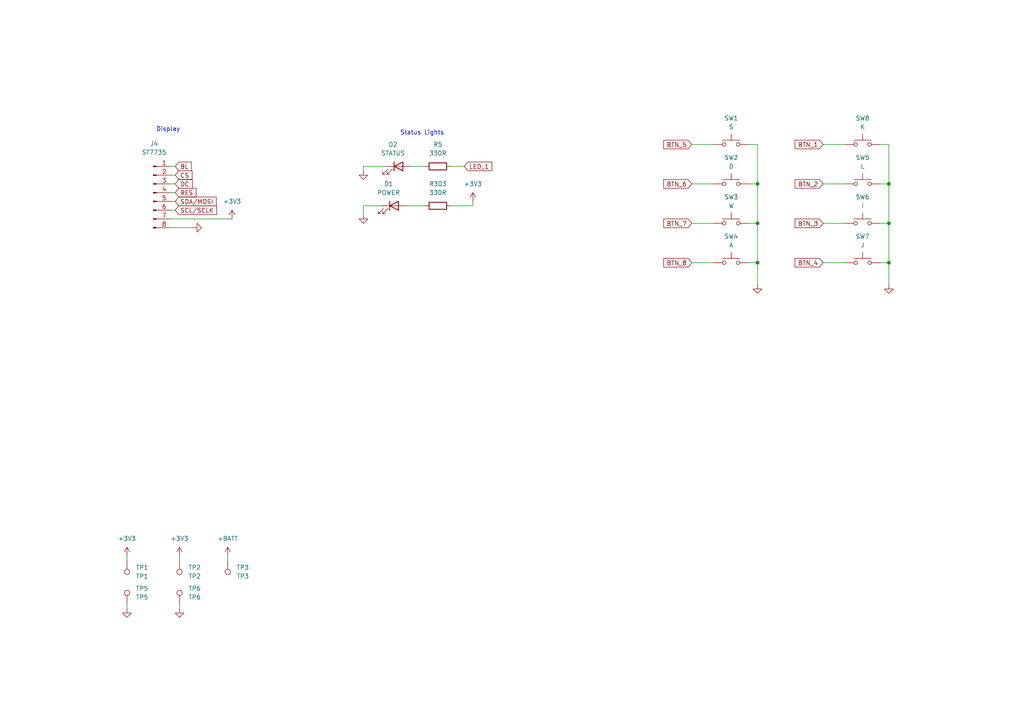
<source format=kicad_sch>
(kicad_sch (version 20250114) (generator "eeschema") (generator_version "9.0")
  (paper "A4")
  (lib_symbols
    (symbol "Connector:Conn_01x08_Pin" (pin_names (offset 1.016) (hide yes))
      (property "Reference" "J" (at 0 10.16 0))
      (property "Value" "Conn_01x08_Pin" (at 0 -12.7 0))
      (symbol "Conn_01x08_Pin_1_1"
        (rectangle (start 0.8636 7.747) (end 0 7.493) (stroke (width 0.1524)) (fill (type outline)))
        (rectangle (start 0.8636 5.207) (end 0 4.953) (stroke (width 0.1524)) (fill (type outline)))
        (rectangle (start 0.8636 2.667) (end 0 2.413) (stroke (width 0.1524)) (fill (type outline)))
        (rectangle (start 0.8636 0.127) (end 0 -0.127) (stroke (width 0.1524)) (fill (type outline)))
        (rectangle (start 0.8636 -2.413) (end 0 -2.667) (stroke (width 0.1524)) (fill (type outline)))
        (rectangle (start 0.8636 -4.953) (end 0 -5.207) (stroke (width 0.1524)) (fill (type outline)))
        (rectangle (start 0.8636 -7.493) (end 0 -7.747) (stroke (width 0.1524)) (fill (type outline)))
        (rectangle (start 0.8636 -10.033) (end 0 -10.287) (stroke (width 0.1524)) (fill (type outline)))
        (polyline (pts (xy 1.27 7.62) (xy 0.8636 7.62)) (stroke (width 0.1524)))
        (polyline (pts (xy 1.27 5.08) (xy 0.8636 5.08)) (stroke (width 0.1524)))
        (polyline (pts (xy 1.27 2.54) (xy 0.8636 2.54)) (stroke (width 0.1524)))
        (polyline (pts (xy 1.27 0) (xy 0.8636 0)) (stroke (width 0.1524)))
        (polyline (pts (xy 1.27 -2.54) (xy 0.8636 -2.54)) (stroke (width 0.1524)))
        (polyline (pts (xy 1.27 -5.08) (xy 0.8636 -5.08)) (stroke (width 0.1524)))
        (polyline (pts (xy 1.27 -7.62) (xy 0.8636 -7.62)) (stroke (width 0.1524)))
        (polyline (pts (xy 1.27 -10.16) (xy 0.8636 -10.16)) (stroke (width 0.1524)))
        (pin passive line (at 5.08 7.62 180) (length 3.81) (name "Pin_1") (number "1"))
        (pin passive line (at 5.08 5.08 180) (length 3.81) (name "Pin_2") (number "2"))
        (pin passive line (at 5.08 2.54 180) (length 3.81) (name "Pin_3") (number "3"))
        (pin passive line (at 5.08 0 180) (length 3.81) (name "Pin_4") (number "4"))
        (pin passive line (at 5.08 -2.54 180) (length 3.81) (name "Pin_5") (number "5"))
        (pin passive line (at 5.08 -5.08 180) (length 3.81) (name "Pin_6") (number "6"))
        (pin passive line (at 5.08 -7.62 180) (length 3.81) (name "Pin_7") (number "7"))
        (pin passive line (at 5.08 -10.16 180) (length 3.81) (name "Pin_8") (number "8"))
      )
    )
    (symbol "Connector:TestPoint" (pin_numbers (hide yes)) (pin_names (offset 0.762) (hide yes))
      (property "Reference" "TP" (at 0 6.858 0))
      (property "Value" "TestPoint" (at 0 5.08 0))
      (symbol "TestPoint_0_1"
        (circle (center 0 3.302) (radius 0.762))
      )
      (symbol "TestPoint_1_1"
        (pin passive line (at 0 0 90) (length 2.54) (name "1") (number "1"))
      )
    )
    (symbol "Device:LED" (pin_numbers (hide yes)) (pin_names (offset 1.016) (hide yes))
      (property "Reference" "D" (at 0 2.54 0))
      (property "Value" "LED" (at 0 -2.54 0))
      (symbol "LED_0_1"
        (polyline (pts (xy -3.048 -0.762) (xy -4.572 -2.286) (xy -3.81 -2.286) (xy -4.572 -2.286) (xy -4.572 -1.524)))
        (polyline (pts (xy -1.778 -0.762) (xy -3.302 -2.286) (xy -2.54 -2.286) (xy -3.302 -2.286) (xy -3.302 -1.524)))
        (polyline (pts (xy -1.27 0) (xy 1.27 0)))
        (polyline (pts (xy -1.27 -1.27) (xy -1.27 1.27)) (stroke (width 0.254)))
        (polyline (pts (xy 1.27 -1.27) (xy 1.27 1.27) (xy -1.27 0) (xy 1.27 -1.27)) (stroke (width 0.254)))
      )
      (symbol "LED_1_1"
        (pin passive line (at -3.81 0 0) (length 2.54) (name "K") (number "1"))
        (pin passive line (at 3.81 0 180) (length 2.54) (name "A") (number "2"))
      )
    )
    (symbol "Device:R" (pin_numbers (hide yes)) (pin_names (offset 0))
      (property "Reference" "R" (at 2.032 0 90))
      (property "Value" "R" (at 0 0 90))
      (symbol "R_0_1"
        (rectangle (start -1.016 -2.54) (end 1.016 2.54) (stroke (width 0.254)))
      )
      (symbol "R_1_1"
        (pin passive line (at 0 3.81 270) (length 1.27) (name "~") (number "1"))
        (pin passive line (at 0 -3.81 90) (length 1.27) (name "~") (number "2"))
      )
    )
    (symbol "Switch:SW_Push" (pin_numbers (hide yes)) (pin_names (offset 1.016) (hide yes))
      (property "Reference" "SW" (at 1.27 2.54 0))
      (property "Value" "SW_Push" (at 0 -1.524 0))
      (symbol "SW_Push_0_1"
        (circle (center -2.032 0) (radius 0.508))
        (polyline (pts (xy 0 1.27) (xy 0 3.048)))
        (circle (center 2.032 0) (radius 0.508))
        (polyline (pts (xy 2.54 1.27) (xy -2.54 1.27)))
        (pin passive line (at -5.08 0 0) (length 2.54) (name "1") (number "1"))
        (pin passive line (at 5.08 0 180) (length 2.54) (name "2") (number "2"))
      )
    )
    (symbol "power:+3V3" (power) (pin_numbers (hide yes)) (pin_names (offset 0) (hide yes))
      (property "Value" "+3V3" (at 0 3.556 0))
      (symbol "+3V3_0_1"
        (polyline (pts (xy -0.762 1.27) (xy 0 2.54)))
        (polyline (pts (xy 0 2.54) (xy 0.762 1.27)))
        (polyline (pts (xy 0 0) (xy 0 2.54)))
      )
      (symbol "+3V3_1_1"
        (pin power_in line (at 0 0 90) (length 0) (name "~") (number "1"))
      )
    )
    (symbol "power:+BATT" (power) (pin_numbers (hide yes)) (pin_names (offset 0) (hide yes))
      (property "Value" "+BATT" (at 0 3.556 0))
      (symbol "+BATT_0_1"
        (polyline (pts (xy -0.762 1.27) (xy 0 2.54)))
        (polyline (pts (xy 0 2.54) (xy 0.762 1.27)))
        (polyline (pts (xy 0 0) (xy 0 2.54)))
      )
      (symbol "+BATT_1_1"
        (pin power_in line (at 0 0 90) (length 0) (name "~") (number "1"))
      )
    )
    (symbol "power:GND" (power) (pin_numbers (hide yes)) (pin_names (offset 0) (hide yes))
      (property "Value" "GND" (at 0 -3.81 0))
      (symbol "GND_0_1"
        (polyline (pts (xy 0 0) (xy 0 -1.27) (xy 1.27 -1.27) (xy 0 -2.54) (xy -1.27 -1.27) (xy 0 -1.27)))
      )
      (symbol "GND_1_1"
        (pin power_in line (at 0 0 270) (length 0) (name "~") (number "1"))
      )
    )
  )
  (text "Display" (at 48.768 37.592 0) (effects (font (size 1.27 1.27))))
  (text "Status Lights\n\n" (at 122.428 39.624 0) (effects (font (size 1.27 1.27))))
  (junction (at 257.81 76.2))
  (junction (at 257.81 53.34))
  (junction (at 219.71 53.34))
  (junction (at 257.81 64.77))
  (junction (at 219.71 76.2))
  (junction (at 219.71 64.77))
  (wire (pts (xy 200.66 64.77) (xy 207.01 64.77)))
  (wire (pts (xy 49.53 66.04) (xy 55.88 66.04)))
  (wire (pts (xy 137.16 59.69) (xy 137.16 58.42)))
  (wire (pts (xy 49.53 63.5) (xy 67.31 63.5)))
  (wire (pts (xy 219.71 64.77) (xy 219.71 76.2)))
  (wire (pts (xy 137.16 59.69) (xy 130.81 59.69)))
  (wire (pts (xy 111.76 48.26) (xy 105.41 48.26)))
  (wire (pts (xy 200.66 53.34) (xy 207.01 53.34)))
  (wire (pts (xy 50.8 48.26) (xy 49.53 48.26)))
  (wire (pts (xy 238.76 76.2) (xy 245.11 76.2)))
  (wire (pts (xy 255.27 41.91) (xy 257.81 41.91)))
  (wire (pts (xy 50.8 55.88) (xy 49.53 55.88)))
  (wire (pts (xy 257.81 41.91) (xy 257.81 53.34)))
  (wire (pts (xy 36.83 175.26) (xy 36.83 176.53)))
  (wire (pts (xy 36.83 161.29) (xy 36.83 162.56)))
  (wire (pts (xy 219.71 76.2) (xy 219.71 82.55)))
  (wire (pts (xy 119.38 48.26) (xy 123.19 48.26)))
  (wire (pts (xy 50.8 60.96) (xy 49.53 60.96)))
  (wire (pts (xy 257.81 76.2) (xy 257.81 82.55)))
  (wire (pts (xy 217.17 64.77) (xy 219.71 64.77)))
  (wire (pts (xy 257.81 53.34) (xy 257.81 64.77)))
  (wire (pts (xy 219.71 41.91) (xy 219.71 53.34)))
  (wire (pts (xy 219.71 53.34) (xy 219.71 64.77)))
  (wire (pts (xy 50.8 58.42) (xy 49.53 58.42)))
  (wire (pts (xy 50.8 53.34) (xy 49.53 53.34)))
  (wire (pts (xy 52.07 161.29) (xy 52.07 162.56)))
  (wire (pts (xy 255.27 53.34) (xy 257.81 53.34)))
  (wire (pts (xy 238.76 41.91) (xy 245.11 41.91)))
  (wire (pts (xy 200.66 76.2) (xy 207.01 76.2)))
  (wire (pts (xy 238.76 53.34) (xy 245.11 53.34)))
  (wire (pts (xy 238.76 64.77) (xy 245.11 64.77)))
  (wire (pts (xy 52.07 175.26) (xy 52.07 176.53)))
  (wire (pts (xy 217.17 53.34) (xy 219.71 53.34)))
  (wire (pts (xy 105.41 59.69) (xy 105.41 62.23)))
  (wire (pts (xy 66.04 161.29) (xy 66.04 162.56)))
  (wire (pts (xy 255.27 76.2) (xy 257.81 76.2)))
  (wire (pts (xy 50.8 50.8) (xy 49.53 50.8)))
  (wire (pts (xy 105.41 48.26) (xy 105.41 49.53)))
  (wire (pts (xy 200.66 41.91) (xy 207.01 41.91)))
  (wire (pts (xy 255.27 64.77) (xy 257.81 64.77)))
  (wire (pts (xy 217.17 41.91) (xy 219.71 41.91)))
  (wire (pts (xy 110.49 59.69) (xy 105.41 59.69)))
  (wire (pts (xy 257.81 64.77) (xy 257.81 76.2)))
  (wire (pts (xy 217.17 76.2) (xy 219.71 76.2)))
  (wire (pts (xy 130.81 48.26) (xy 134.62 48.26)))
  (wire (pts (xy 118.11 59.69) (xy 123.19 59.69)))
  (global_label "BTN_7" (shape input) (at 200.66 64.77 180) (property "Intersheetrefs" "${INTERSHEET_REFS}" (effects (hide yes))))
  (global_label "BTN_2" (shape input) (at 238.76 53.34 180) (property "Intersheetrefs" "${INTERSHEET_REFS}" (effects (hide yes))))
  (global_label "BL" (shape input) (at 50.8 48.26 0) (property "Intersheetrefs" "${INTERSHEET_REFS}" (effects (hide yes))))
  (global_label "BTN_3" (shape input) (at 238.76 64.77 180) (property "Intersheetrefs" "${INTERSHEET_REFS}" (effects (hide yes))))
  (global_label "BTN_4" (shape input) (at 238.76 76.2 180) (property "Intersheetrefs" "${INTERSHEET_REFS}" (effects (hide yes))))
  (global_label "BTN_1" (shape input) (at 238.76 41.91 180) (property "Intersheetrefs" "${INTERSHEET_REFS}" (effects (hide yes))))
  (global_label "BTN_6" (shape input) (at 200.66 53.34 180) (property "Intersheetrefs" "${INTERSHEET_REFS}" (effects (hide yes))))
  (global_label "BTN_8" (shape input) (at 200.66 76.2 180) (property "Intersheetrefs" "${INTERSHEET_REFS}" (effects (hide yes))))
  (global_label "BTN_5" (shape input) (at 200.66 41.91 180) (property "Intersheetrefs" "${INTERSHEET_REFS}" (effects (hide yes))))
  (global_label "SCL{slash}SCLK" (shape input) (at 50.8 60.96 0) (property "Intersheetrefs" "${INTERSHEET_REFS}" (effects (hide yes))))
  (global_label "LED_1" (shape input) (at 134.62 48.26 0) (property "Intersheetrefs" "${INTERSHEET_REFS}" (effects (hide yes))))
  (global_label "RES" (shape input) (at 50.8 55.88 0) (property "Intersheetrefs" "${INTERSHEET_REFS}" (effects (hide yes))))
  (global_label "DC" (shape input) (at 50.8 53.34 0) (property "Intersheetrefs" "${INTERSHEET_REFS}" (effects (hide yes))))
  (global_label "SDA{slash}MOSI" (shape input) (at 50.8 58.42 0) (property "Intersheetrefs" "${INTERSHEET_REFS}" (effects (hide yes))))
  (global_label "CS" (shape input) (at 50.8 50.8 0) (property "Intersheetrefs" "${INTERSHEET_REFS}" (effects (hide yes))))
  (symbol (lib_id "power:+3V3") (at 36.83 161.29 0) (unit 1)
    (property "Reference" "#PWR028" (effects (hide yes)))
    (property "Value" "+3V3" (at 36.83 156.21 0))
    (property "Description" "Power symbol creates a global label with name \"+3V3\"" (effects (hide yes)))
  )
  (symbol (lib_id "Device:LED") (at 114.3 59.69 0) (unit 1)
    (property "Reference" "D1" (at 112.7125 53.34 0))
    (property "Value" "POWER" (at 112.7125 55.88 0))
    (property "Footprint" "LED_SMD:LED_1206_3216Metric_Pad1.42x1.75mm_HandSolder" (effects (hide yes)))
    (property "Description" "Light emitting diode" (effects (hide yes)))
    (property "Sim.Pins" "1=K 2=A" (effects (hide yes)))
    (property "LCSC" "C14641" (effects (hide yes)))
  )
  (symbol (lib_id "power:GND") (at 257.81 82.55 0) (unit 1)
    (property "Reference" "#PWR012" (effects (hide yes)))
    (property "Value" "GND" (effects (hide yes)))
    (property "Description" "Power symbol creates a global label with name \"GND\" , ground" (effects (hide yes)))
  )
  (symbol (lib_id "power:GND") (at 219.71 82.55 0) (unit 1)
    (property "Reference" "#PWR011" (effects (hide yes)))
    (property "Value" "GND" (effects (hide yes)))
    (property "Description" "Power symbol creates a global label with name \"GND\" , ground" (effects (hide yes)))
  )
  (symbol (lib_id "power:+3V3") (at 67.31 63.5 0) (unit 1)
    (property "Reference" "#PWR044" (effects (hide yes)))
    (property "Value" "+3V3" (at 67.31 58.42 0))
    (property "Description" "Power symbol creates a global label with name \"+3V3\"" (effects (hide yes)))
  )
  (symbol (lib_id "Device:LED") (at 115.57 48.26 0) (unit 1)
    (property "Reference" "D2" (at 113.9825 41.91 0))
    (property "Value" "STATUS" (at 113.9825 44.45 0))
    (property "Footprint" "LED_SMD:LED_1206_3216Metric_Pad1.42x1.75mm_HandSolder" (effects (hide yes)))
    (property "Description" "Light emitting diode" (effects (hide yes)))
    (property "Sim.Pins" "1=K 2=A" (effects (hide yes)))
    (property "LCSC" "C49018" (effects (hide yes)))
  )
  (symbol (lib_id "Switch:SW_Push") (at 212.09 76.2 0) (unit 1)
    (property "Reference" "SW4" (at 212.09 68.58 0))
    (property "Value" "A" (at 212.09 71.12 0))
    (property "Footprint" "Button_Switch_THT:SW_PUSH_6mm" (effects (hide yes)))
    (property "Description" "Push button switch, generic, two pins" (effects (hide yes)))
    (property "LCSC" "C83205" (effects (hide yes)))
  )
  (symbol (lib_id "power:GND") (at 55.88 66.04 90) (mirror x) (unit 1)
    (property "Reference" "#PWR013" (effects (hide yes)))
    (property "Value" "GND" (effects (hide yes)))
    (property "Description" "Power symbol creates a global label with name \"GND\" , ground" (effects (hide yes)))
  )
  (symbol (lib_id "power:GND") (at 105.41 49.53 0) (unit 1)
    (property "Reference" "#PWR04" (effects (hide yes)))
    (property "Value" "GND" (effects (hide yes)))
    (property "Description" "Power symbol creates a global label with name \"GND\" , ground" (effects (hide yes)))
  )
  (symbol (lib_id "power:GND") (at 52.07 176.53 0) (unit 1)
    (property "Reference" "#PWR026" (effects (hide yes)))
    (property "Value" "GND" (effects (hide yes)))
    (property "Description" "Power symbol creates a global label with name \"GND\" , ground" (effects (hide yes)))
  )
  (symbol (lib_id "Connector:TestPoint") (at 52.07 175.26 0) (unit 1)
    (property "Reference" "TP6" (at 54.61 170.6879 0) (effects (justify left)))
    (property "Value" "TP6" (at 54.61 173.2279 0) (effects (justify left)))
    (property "Footprint" "TestPoint:TestPoint_Pad_D2.0mm" (effects (hide yes)))
    (property "Description" "test point" (effects (hide yes)))
  )
  (symbol (lib_id "Device:R") (at 127 59.69 270) (mirror x) (unit 1)
    (property "Reference" "R303" (at 127 53.34 90))
    (property "Value" "330R" (at 127 55.88 90))
    (property "Footprint" "Resistor_SMD:R_0402_1005Metric" (effects (hide yes)))
    (property "Description" "Resistor" (effects (hide yes)))
    (property "LCSC" "C25104" (effects (hide yes)))
  )
  (symbol (lib_id "power:+3V3") (at 52.07 161.29 0) (unit 1)
    (property "Reference" "#PWR029" (effects (hide yes)))
    (property "Value" "+3V3" (at 52.07 156.21 0))
    (property "Description" "Power symbol creates a global label with name \"+3V3\"" (effects (hide yes)))
  )
  (symbol (lib_id "Device:R") (at 127 48.26 270) (mirror x) (unit 1)
    (property "Reference" "R5" (at 127 41.91 90))
    (property "Value" "330R" (at 127 44.45 90))
    (property "Footprint" "Resistor_SMD:R_0402_1005Metric" (effects (hide yes)))
    (property "Description" "Resistor" (effects (hide yes)))
    (property "LCSC" "C25104" (effects (hide yes)))
  )
  (symbol (lib_id "power:+3V3") (at 137.16 58.42 0) (unit 1)
    (property "Reference" "#PWR045" (effects (hide yes)))
    (property "Value" "+3V3" (at 137.16 53.34 0))
    (property "Description" "Power symbol creates a global label with name \"+3V3\"" (effects (hide yes)))
  )
  (symbol (lib_id "Switch:SW_Push") (at 250.19 41.91 0) (unit 1)
    (property "Reference" "SW8" (at 250.19 34.29 0))
    (property "Value" "K" (at 250.19 36.83 0))
    (property "Footprint" "Button_Switch_THT:SW_PUSH_6mm" (effects (hide yes)))
    (property "Description" "Push button switch, generic, two pins" (effects (hide yes)))
    (property "LCSC" "C83205" (effects (hide yes)))
  )
  (symbol (lib_id "Switch:SW_Push") (at 212.09 41.91 0) (unit 1)
    (property "Reference" "SW1" (at 212.09 34.29 0))
    (property "Value" "S" (at 212.09 36.83 0))
    (property "Footprint" "Button_Switch_THT:SW_PUSH_6mm" (effects (hide yes)))
    (property "Description" "Push button switch, generic, two pins" (effects (hide yes)))
    (property "LCSC" "C83205" (effects (hide yes)))
  )
  (symbol (lib_id "Connector:TestPoint") (at 52.07 162.56 180) (unit 1)
    (property "Reference" "TP2" (at 54.61 164.5919 0) (effects (justify right)))
    (property "Value" "TP2" (at 54.61 167.1319 0) (effects (justify right)))
    (property "Footprint" "TestPoint:TestPoint_Pad_D2.0mm" (effects (hide yes)))
    (property "Description" "test point" (effects (hide yes)))
  )
  (symbol (lib_id "Switch:SW_Push") (at 250.19 64.77 0) (unit 1)
    (property "Reference" "SW6" (at 250.19 57.15 0))
    (property "Value" "I" (at 250.19 59.69 0))
    (property "Footprint" "Button_Switch_THT:SW_PUSH_6mm" (effects (hide yes)))
    (property "Description" "Push button switch, generic, two pins" (effects (hide yes)))
    (property "LCSC" "C83205" (effects (hide yes)))
  )
  (symbol (lib_id "Switch:SW_Push") (at 212.09 53.34 0) (unit 1)
    (property "Reference" "SW2" (at 212.09 45.72 0))
    (property "Value" "D" (at 212.09 48.26 0))
    (property "Footprint" "Button_Switch_THT:SW_PUSH_6mm" (effects (hide yes)))
    (property "Description" "Push button switch, generic, two pins" (effects (hide yes)))
    (property "LCSC" "C83205" (effects (hide yes)))
  )
  (symbol (lib_id "Connector:Conn_01x08_Pin") (at 44.45 55.88 0) (unit 1)
    (property "Reference" "J4" (at 44.704 41.656 0))
    (property "Value" "ST7735" (at 44.704 44.196 0))
    (property "Footprint" "daydreamorg:st7735" (effects (hide yes)))
    (property "Description" "Generic connector, single row, 01x08, script generated" (effects (hide yes)))
  )
  (symbol (lib_id "power:GND") (at 105.41 62.23 0) (unit 1)
    (property "Reference" "#PWR03" (effects (hide yes)))
    (property "Value" "GND" (effects (hide yes)))
    (property "Description" "Power symbol creates a global label with name \"GND\" , ground" (effects (hide yes)))
  )
  (symbol (lib_id "power:+BATT") (at 66.04 161.29 0) (unit 1)
    (property "Reference" "#PWR030" (effects (hide yes)))
    (property "Value" "+BATT" (at 66.04 156.21 0))
    (property "Description" "Power symbol creates a global label with name \"+BATT\"" (effects (hide yes)))
  )
  (symbol (lib_id "power:GND") (at 36.83 176.53 0) (unit 1)
    (property "Reference" "#PWR021" (effects (hide yes)))
    (property "Value" "GND" (effects (hide yes)))
    (property "Description" "Power symbol creates a global label with name \"GND\" , ground" (effects (hide yes)))
  )
  (symbol (lib_id "Switch:SW_Push") (at 212.09 64.77 0) (unit 1)
    (property "Reference" "SW3" (at 212.09 57.15 0))
    (property "Value" "W" (at 212.09 59.69 0))
    (property "Footprint" "Button_Switch_THT:SW_PUSH_6mm" (effects (hide yes)))
    (property "Description" "Push button switch, generic, two pins" (effects (hide yes)))
    (property "LCSC" "C83205" (effects (hide yes)))
  )
  (symbol (lib_id "Connector:TestPoint") (at 36.83 175.26 0) (unit 1)
    (property "Reference" "TP5" (at 39.37 170.6879 0) (effects (justify left)))
    (property "Value" "TP5" (at 39.37 173.2279 0) (effects (justify left)))
    (property "Footprint" "TestPoint:TestPoint_Pad_D2.0mm" (effects (hide yes)))
    (property "Description" "test point" (effects (hide yes)))
  )
  (symbol (lib_id "Switch:SW_Push") (at 250.19 76.2 0) (unit 1)
    (property "Reference" "SW7" (at 250.19 68.58 0))
    (property "Value" "J" (at 250.19 71.12 0))
    (property "Footprint" "Button_Switch_THT:SW_PUSH_6mm" (effects (hide yes)))
    (property "Description" "Push button switch, generic, two pins" (effects (hide yes)))
    (property "LCSC" "C83205" (effects (hide yes)))
  )
  (symbol (lib_id "Connector:TestPoint") (at 36.83 162.56 180) (unit 1)
    (property "Reference" "TP1" (at 39.37 164.5919 0) (effects (justify right)))
    (property "Value" "TP1" (at 39.37 167.1319 0) (effects (justify right)))
    (property "Footprint" "TestPoint:TestPoint_Pad_D2.0mm" (effects (hide yes)))
    (property "Description" "test point" (effects (hide yes)))
  )
  (symbol (lib_id "Connector:TestPoint") (at 66.04 162.56 180) (unit 1)
    (property "Reference" "TP3" (at 68.58 164.5919 0) (effects (justify right)))
    (property "Value" "TP3" (at 68.58 167.1319 0) (effects (justify right)))
    (property "Footprint" "TestPoint:TestPoint_Pad_D2.0mm" (effects (hide yes)))
    (property "Description" "test point" (effects (hide yes)))
  )
  (symbol (lib_id "Switch:SW_Push") (at 250.19 53.34 0) (unit 1)
    (property "Reference" "SW5" (at 250.19 45.72 0))
    (property "Value" "L" (at 250.19 48.26 0))
    (property "Footprint" "Button_Switch_THT:SW_PUSH_6mm" (effects (hide yes)))
    (property "Description" "Push button switch, generic, two pins" (effects (hide yes)))
    (property "LCSC" "C83205" (effects (hide yes)))
  )
)
</source>
